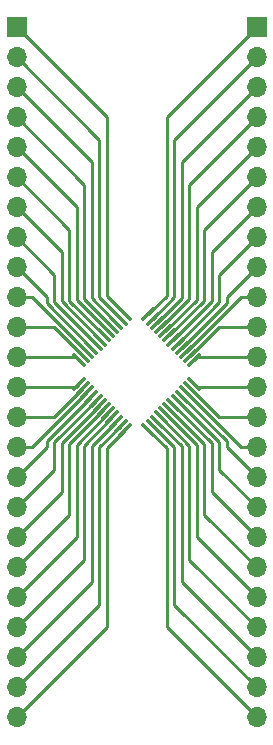
<source format=gtl>
%TF.GenerationSoftware,KiCad,Pcbnew,(6.0.2)*%
%TF.CreationDate,2022-10-19T19:09:34+02:00*%
%TF.ProjectId,adapter_LQFP48,61646170-7465-4725-9f4c-51465034382e,rev?*%
%TF.SameCoordinates,Original*%
%TF.FileFunction,Copper,L1,Top*%
%TF.FilePolarity,Positive*%
%FSLAX46Y46*%
G04 Gerber Fmt 4.6, Leading zero omitted, Abs format (unit mm)*
G04 Created by KiCad (PCBNEW (6.0.2)) date 2022-10-19 19:09:34*
%MOMM*%
%LPD*%
G01*
G04 APERTURE LIST*
G04 Aperture macros list*
%AMRoundRect*
0 Rectangle with rounded corners*
0 $1 Rounding radius*
0 $2 $3 $4 $5 $6 $7 $8 $9 X,Y pos of 4 corners*
0 Add a 4 corners polygon primitive as box body*
4,1,4,$2,$3,$4,$5,$6,$7,$8,$9,$2,$3,0*
0 Add four circle primitives for the rounded corners*
1,1,$1+$1,$2,$3*
1,1,$1+$1,$4,$5*
1,1,$1+$1,$6,$7*
1,1,$1+$1,$8,$9*
0 Add four rect primitives between the rounded corners*
20,1,$1+$1,$2,$3,$4,$5,0*
20,1,$1+$1,$4,$5,$6,$7,0*
20,1,$1+$1,$6,$7,$8,$9,0*
20,1,$1+$1,$8,$9,$2,$3,0*%
G04 Aperture macros list end*
%TA.AperFunction,SMDPad,CuDef*%
%ADD10RoundRect,0.075000X-0.521491X0.415425X0.415425X-0.521491X0.521491X-0.415425X-0.415425X0.521491X0*%
%TD*%
%TA.AperFunction,SMDPad,CuDef*%
%ADD11RoundRect,0.075000X-0.521491X-0.415425X-0.415425X-0.521491X0.521491X0.415425X0.415425X0.521491X0*%
%TD*%
%TA.AperFunction,ComponentPad*%
%ADD12R,1.700000X1.700000*%
%TD*%
%TA.AperFunction,ComponentPad*%
%ADD13O,1.700000X1.700000*%
%TD*%
%TA.AperFunction,Conductor*%
%ADD14C,0.250000*%
%TD*%
G04 APERTURE END LIST*
D10*
%TO.P,U1,1,VBAT*%
%TO.N,Net-(J1-Pad1)*%
X123461212Y-100522124D03*
%TO.P,U1,2,PC13*%
%TO.N,Net-(J1-Pad2)*%
X123107658Y-100875678D03*
%TO.P,U1,3,PC14*%
%TO.N,Net-(J1-Pad3)*%
X122754105Y-101229231D03*
%TO.P,U1,4,PC15*%
%TO.N,Net-(J1-Pad4)*%
X122400551Y-101582785D03*
%TO.P,U1,5,PD0*%
%TO.N,Net-(J1-Pad5)*%
X122046998Y-101936338D03*
%TO.P,U1,6,PD1*%
%TO.N,Net-(J1-Pad6)*%
X121693445Y-102289891D03*
%TO.P,U1,7,NRST*%
%TO.N,Net-(J1-Pad7)*%
X121339891Y-102643445D03*
%TO.P,U1,8,VSSA*%
%TO.N,Net-(J1-Pad8)*%
X120986338Y-102996998D03*
%TO.P,U1,9,VDDA*%
%TO.N,Net-(J1-Pad9)*%
X120632785Y-103350551D03*
%TO.P,U1,10,PA0*%
%TO.N,Net-(J1-Pad10)*%
X120279231Y-103704105D03*
%TO.P,U1,11,PA1*%
%TO.N,Net-(J1-Pad11)*%
X119925678Y-104057658D03*
%TO.P,U1,12,PA2*%
%TO.N,Net-(J1-Pad12)*%
X119572124Y-104411212D03*
D11*
%TO.P,U1,13,PA3*%
%TO.N,Net-(J1-Pad13)*%
X119572124Y-106408788D03*
%TO.P,U1,14,PA4*%
%TO.N,Net-(J1-Pad14)*%
X119925678Y-106762342D03*
%TO.P,U1,15,PA5*%
%TO.N,Net-(J1-Pad15)*%
X120279231Y-107115895D03*
%TO.P,U1,16,PA6*%
%TO.N,Net-(J1-Pad16)*%
X120632785Y-107469449D03*
%TO.P,U1,17,PA7*%
%TO.N,Net-(J1-Pad17)*%
X120986338Y-107823002D03*
%TO.P,U1,18,PB0*%
%TO.N,Net-(J1-Pad18)*%
X121339891Y-108176555D03*
%TO.P,U1,19,PB1*%
%TO.N,Net-(J1-Pad19)*%
X121693445Y-108530109D03*
%TO.P,U1,20,PB2*%
%TO.N,Net-(J1-Pad20)*%
X122046998Y-108883662D03*
%TO.P,U1,21,PB10*%
%TO.N,Net-(J1-Pad21)*%
X122400551Y-109237215D03*
%TO.P,U1,22,PB11*%
%TO.N,Net-(J1-Pad22)*%
X122754105Y-109590769D03*
%TO.P,U1,23,VSS*%
%TO.N,Net-(J1-Pad23)*%
X123107658Y-109944322D03*
%TO.P,U1,24,VDD*%
%TO.N,Net-(J1-Pad24)*%
X123461212Y-110297876D03*
D10*
%TO.P,U1,25,PB12*%
%TO.N,Net-(J2-Pad24)*%
X125458788Y-110297876D03*
%TO.P,U1,26,PB13*%
%TO.N,Net-(J2-Pad23)*%
X125812342Y-109944322D03*
%TO.P,U1,27,PB14*%
%TO.N,Net-(J2-Pad22)*%
X126165895Y-109590769D03*
%TO.P,U1,28,PB15*%
%TO.N,Net-(J2-Pad21)*%
X126519449Y-109237215D03*
%TO.P,U1,29,PA8*%
%TO.N,Net-(J2-Pad20)*%
X126873002Y-108883662D03*
%TO.P,U1,30,PA9*%
%TO.N,Net-(J2-Pad19)*%
X127226555Y-108530109D03*
%TO.P,U1,31,PA10*%
%TO.N,Net-(J2-Pad18)*%
X127580109Y-108176555D03*
%TO.P,U1,32,PA11*%
%TO.N,Net-(J2-Pad17)*%
X127933662Y-107823002D03*
%TO.P,U1,33,PA12*%
%TO.N,Net-(J2-Pad16)*%
X128287215Y-107469449D03*
%TO.P,U1,34,PA13*%
%TO.N,Net-(J2-Pad15)*%
X128640769Y-107115895D03*
%TO.P,U1,35,VSS*%
%TO.N,Net-(J2-Pad14)*%
X128994322Y-106762342D03*
%TO.P,U1,36,VDD*%
%TO.N,Net-(J2-Pad13)*%
X129347876Y-106408788D03*
D11*
%TO.P,U1,37,PA14*%
%TO.N,Net-(J2-Pad12)*%
X129347876Y-104411212D03*
%TO.P,U1,38,PA15*%
%TO.N,Net-(J2-Pad11)*%
X128994322Y-104057658D03*
%TO.P,U1,39,PB3*%
%TO.N,Net-(J2-Pad10)*%
X128640769Y-103704105D03*
%TO.P,U1,40,PB4*%
%TO.N,Net-(J2-Pad9)*%
X128287215Y-103350551D03*
%TO.P,U1,41,PB5*%
%TO.N,Net-(J2-Pad8)*%
X127933662Y-102996998D03*
%TO.P,U1,42,PB6*%
%TO.N,Net-(J2-Pad7)*%
X127580109Y-102643445D03*
%TO.P,U1,43,PB7*%
%TO.N,Net-(J2-Pad6)*%
X127226555Y-102289891D03*
%TO.P,U1,44,BOOT0*%
%TO.N,Net-(J2-Pad5)*%
X126873002Y-101936338D03*
%TO.P,U1,45,PB8*%
%TO.N,Net-(J2-Pad4)*%
X126519449Y-101582785D03*
%TO.P,U1,46,PB9*%
%TO.N,Net-(J2-Pad3)*%
X126165895Y-101229231D03*
%TO.P,U1,47,VSS*%
%TO.N,Net-(J2-Pad2)*%
X125812342Y-100875678D03*
%TO.P,U1,48,VDD*%
%TO.N,Net-(J2-Pad1)*%
X125458788Y-100522124D03*
%TD*%
D12*
%TO.P,J1,1,Pin_1*%
%TO.N,Net-(J1-Pad1)*%
X114300000Y-76200000D03*
D13*
%TO.P,J1,2,Pin_2*%
%TO.N,Net-(J1-Pad2)*%
X114300000Y-78740000D03*
%TO.P,J1,3,Pin_3*%
%TO.N,Net-(J1-Pad3)*%
X114300000Y-81280000D03*
%TO.P,J1,4,Pin_4*%
%TO.N,Net-(J1-Pad4)*%
X114300000Y-83820000D03*
%TO.P,J1,5,Pin_5*%
%TO.N,Net-(J1-Pad5)*%
X114300000Y-86360000D03*
%TO.P,J1,6,Pin_6*%
%TO.N,Net-(J1-Pad6)*%
X114300000Y-88900000D03*
%TO.P,J1,7,Pin_7*%
%TO.N,Net-(J1-Pad7)*%
X114300000Y-91440000D03*
%TO.P,J1,8,Pin_8*%
%TO.N,Net-(J1-Pad8)*%
X114300000Y-93980000D03*
%TO.P,J1,9,Pin_9*%
%TO.N,Net-(J1-Pad9)*%
X114300000Y-96520000D03*
%TO.P,J1,10,Pin_10*%
%TO.N,Net-(J1-Pad10)*%
X114300000Y-99060000D03*
%TO.P,J1,11,Pin_11*%
%TO.N,Net-(J1-Pad11)*%
X114300000Y-101600000D03*
%TO.P,J1,12,Pin_12*%
%TO.N,Net-(J1-Pad12)*%
X114300000Y-104140000D03*
%TO.P,J1,13,Pin_13*%
%TO.N,Net-(J1-Pad13)*%
X114300000Y-106680000D03*
%TO.P,J1,14,Pin_14*%
%TO.N,Net-(J1-Pad14)*%
X114300000Y-109220000D03*
%TO.P,J1,15,Pin_15*%
%TO.N,Net-(J1-Pad15)*%
X114300000Y-111760000D03*
%TO.P,J1,16,Pin_16*%
%TO.N,Net-(J1-Pad16)*%
X114300000Y-114300000D03*
%TO.P,J1,17,Pin_17*%
%TO.N,Net-(J1-Pad17)*%
X114300000Y-116840000D03*
%TO.P,J1,18,Pin_18*%
%TO.N,Net-(J1-Pad18)*%
X114300000Y-119380000D03*
%TO.P,J1,19,Pin_19*%
%TO.N,Net-(J1-Pad19)*%
X114300000Y-121920000D03*
%TO.P,J1,20,Pin_20*%
%TO.N,Net-(J1-Pad20)*%
X114300000Y-124460000D03*
%TO.P,J1,21,Pin_21*%
%TO.N,Net-(J1-Pad21)*%
X114300000Y-127000000D03*
%TO.P,J1,22,Pin_22*%
%TO.N,Net-(J1-Pad22)*%
X114300000Y-129540000D03*
%TO.P,J1,23,Pin_23*%
%TO.N,Net-(J1-Pad23)*%
X114300000Y-132080000D03*
%TO.P,J1,24,Pin_24*%
%TO.N,Net-(J1-Pad24)*%
X114300000Y-134620000D03*
%TD*%
D12*
%TO.P,J2,1,Pin_1*%
%TO.N,Net-(J2-Pad1)*%
X134620000Y-76200000D03*
D13*
%TO.P,J2,2,Pin_2*%
%TO.N,Net-(J2-Pad2)*%
X134620000Y-78740000D03*
%TO.P,J2,3,Pin_3*%
%TO.N,Net-(J2-Pad3)*%
X134620000Y-81280000D03*
%TO.P,J2,4,Pin_4*%
%TO.N,Net-(J2-Pad4)*%
X134620000Y-83820000D03*
%TO.P,J2,5,Pin_5*%
%TO.N,Net-(J2-Pad5)*%
X134620000Y-86360000D03*
%TO.P,J2,6,Pin_6*%
%TO.N,Net-(J2-Pad6)*%
X134620000Y-88900000D03*
%TO.P,J2,7,Pin_7*%
%TO.N,Net-(J2-Pad7)*%
X134620000Y-91440000D03*
%TO.P,J2,8,Pin_8*%
%TO.N,Net-(J2-Pad8)*%
X134620000Y-93980000D03*
%TO.P,J2,9,Pin_9*%
%TO.N,Net-(J2-Pad9)*%
X134620000Y-96520000D03*
%TO.P,J2,10,Pin_10*%
%TO.N,Net-(J2-Pad10)*%
X134620000Y-99060000D03*
%TO.P,J2,11,Pin_11*%
%TO.N,Net-(J2-Pad11)*%
X134620000Y-101600000D03*
%TO.P,J2,12,Pin_12*%
%TO.N,Net-(J2-Pad12)*%
X134620000Y-104140000D03*
%TO.P,J2,13,Pin_13*%
%TO.N,Net-(J2-Pad13)*%
X134620000Y-106680000D03*
%TO.P,J2,14,Pin_14*%
%TO.N,Net-(J2-Pad14)*%
X134620000Y-109220000D03*
%TO.P,J2,15,Pin_15*%
%TO.N,Net-(J2-Pad15)*%
X134620000Y-111760000D03*
%TO.P,J2,16,Pin_16*%
%TO.N,Net-(J2-Pad16)*%
X134620000Y-114300000D03*
%TO.P,J2,17,Pin_17*%
%TO.N,Net-(J2-Pad17)*%
X134620000Y-116840000D03*
%TO.P,J2,18,Pin_18*%
%TO.N,Net-(J2-Pad18)*%
X134620000Y-119380000D03*
%TO.P,J2,19,Pin_19*%
%TO.N,Net-(J2-Pad19)*%
X134620000Y-121920000D03*
%TO.P,J2,20,Pin_20*%
%TO.N,Net-(J2-Pad20)*%
X134620000Y-124460000D03*
%TO.P,J2,21,Pin_21*%
%TO.N,Net-(J2-Pad21)*%
X134620000Y-127000000D03*
%TO.P,J2,22,Pin_22*%
%TO.N,Net-(J2-Pad22)*%
X134620000Y-129540000D03*
%TO.P,J2,23,Pin_23*%
%TO.N,Net-(J2-Pad23)*%
X134620000Y-132080000D03*
%TO.P,J2,24,Pin_24*%
%TO.N,Net-(J2-Pad24)*%
X134620000Y-134620000D03*
%TD*%
D14*
%TO.N,Net-(J1-Pad1)*%
X121920000Y-98980912D02*
X121920000Y-83820000D01*
X123461212Y-100522124D02*
X121920000Y-98980912D01*
X121920000Y-83820000D02*
X114300000Y-76200000D01*
%TO.N,Net-(J1-Pad2)*%
X123107658Y-100875678D02*
X121285000Y-99053020D01*
X121285000Y-99053020D02*
X121285000Y-85725000D01*
X121285000Y-85725000D02*
X114300000Y-78740000D01*
%TO.N,Net-(J1-Pad3)*%
X122754105Y-101229231D02*
X120650000Y-99125126D01*
X120650000Y-99125126D02*
X120650000Y-87630000D01*
X120650000Y-87630000D02*
X114300000Y-81280000D01*
%TO.N,Net-(J1-Pad4)*%
X120015000Y-89535000D02*
X114300000Y-83820000D01*
X122400551Y-101582785D02*
X120015000Y-99197234D01*
X120015000Y-99197234D02*
X120015000Y-89535000D01*
%TO.N,Net-(J1-Pad5)*%
X119380000Y-99269340D02*
X119380000Y-91440000D01*
X119380000Y-91440000D02*
X114300000Y-86360000D01*
X122046998Y-101936338D02*
X119380000Y-99269340D01*
%TO.N,Net-(J1-Pad6)*%
X118745000Y-99341446D02*
X118745000Y-93345000D01*
X121693445Y-102289891D02*
X118745000Y-99341446D01*
X118745000Y-93345000D02*
X114300000Y-88900000D01*
%TO.N,Net-(J1-Pad7)*%
X118110000Y-99413554D02*
X118110000Y-95250000D01*
X118110000Y-95250000D02*
X114300000Y-91440000D01*
X121339891Y-102643445D02*
X118110000Y-99413554D01*
%TO.N,Net-(J1-Pad8)*%
X117475000Y-99485660D02*
X117475000Y-97155000D01*
X120986338Y-102996998D02*
X117475000Y-99485660D01*
X117475000Y-97155000D02*
X114300000Y-93980000D01*
%TO.N,Net-(J1-Pad9)*%
X120632785Y-103350551D02*
X116840000Y-99557766D01*
X116840000Y-99060000D02*
X114300000Y-96520000D01*
X116840000Y-99557766D02*
X116840000Y-99060000D01*
%TO.N,Net-(J1-Pad10)*%
X120279231Y-103704105D02*
X115635126Y-99060000D01*
X115635126Y-99060000D02*
X114300000Y-99060000D01*
%TO.N,Net-(J1-Pad11)*%
X119925678Y-104057658D02*
X117468020Y-101600000D01*
X117468020Y-101600000D02*
X114300000Y-101600000D01*
%TO.N,Net-(J1-Pad12)*%
X119572124Y-104411212D02*
X119300912Y-104140000D01*
X119300912Y-104140000D02*
X114300000Y-104140000D01*
%TO.N,Net-(J1-Pad13)*%
X119572124Y-106408788D02*
X119300912Y-106680000D01*
X119300912Y-106680000D02*
X114300000Y-106680000D01*
%TO.N,Net-(J1-Pad14)*%
X119358222Y-107336778D02*
X117475000Y-109220000D01*
X117475000Y-109220000D02*
X114300000Y-109220000D01*
X119358222Y-107329798D02*
X119358222Y-107336778D01*
X119925678Y-106762342D02*
X119358222Y-107329798D01*
%TO.N,Net-(J1-Pad15)*%
X120279231Y-107115895D02*
X115635126Y-111760000D01*
X115635126Y-111760000D02*
X114300000Y-111760000D01*
%TO.N,Net-(J1-Pad16)*%
X120632785Y-107469449D02*
X116840000Y-111262234D01*
X116840000Y-111262234D02*
X116840000Y-111760000D01*
X116840000Y-111760000D02*
X114300000Y-114300000D01*
%TO.N,Net-(J1-Pad17)*%
X117475000Y-111334340D02*
X117475000Y-113665000D01*
X117475000Y-113665000D02*
X114300000Y-116840000D01*
X120986338Y-107823002D02*
X117475000Y-111334340D01*
%TO.N,Net-(J1-Pad18)*%
X121339891Y-108176555D02*
X118110000Y-111406446D01*
X118110000Y-115570000D02*
X114300000Y-119380000D01*
X118110000Y-111406446D02*
X118110000Y-115570000D01*
%TO.N,Net-(J1-Pad19)*%
X121693445Y-108530109D02*
X118745000Y-111478554D01*
X118745000Y-111478554D02*
X118745000Y-117475000D01*
X118745000Y-117475000D02*
X114300000Y-121920000D01*
%TO.N,Net-(J1-Pad20)*%
X119380000Y-111550660D02*
X119380000Y-119380000D01*
X122046998Y-108883662D02*
X119380000Y-111550660D01*
X119380000Y-119380000D02*
X114300000Y-124460000D01*
%TO.N,Net-(J1-Pad21)*%
X120015000Y-121285000D02*
X114300000Y-127000000D01*
X120015000Y-111622766D02*
X120015000Y-121285000D01*
X122400551Y-109237215D02*
X120015000Y-111622766D01*
%TO.N,Net-(J1-Pad22)*%
X122754105Y-109590769D02*
X120650000Y-111694874D01*
X120650000Y-123190000D02*
X114300000Y-129540000D01*
X120650000Y-111694874D02*
X120650000Y-123190000D01*
%TO.N,Net-(J1-Pad23)*%
X123107658Y-109944322D02*
X121285000Y-111766980D01*
X121285000Y-111766980D02*
X121285000Y-125095000D01*
X121285000Y-125095000D02*
X114300000Y-132080000D01*
%TO.N,Net-(J1-Pad24)*%
X123461212Y-110297876D02*
X121920000Y-111839088D01*
X121920000Y-111839088D02*
X121920000Y-127000000D01*
X121920000Y-127000000D02*
X114300000Y-134620000D01*
%TO.N,Net-(J2-Pad1)*%
X127000000Y-83820000D02*
X134620000Y-76200000D01*
X125458788Y-100522124D02*
X127000000Y-98980912D01*
X127000000Y-98980912D02*
X127000000Y-83820000D01*
%TO.N,Net-(J2-Pad2)*%
X127635000Y-85725000D02*
X134620000Y-78740000D01*
X127635000Y-99053020D02*
X127635000Y-85725000D01*
X125812342Y-100875678D02*
X127635000Y-99053020D01*
%TO.N,Net-(J2-Pad3)*%
X126165895Y-101229231D02*
X128270000Y-99125126D01*
X128270000Y-99125126D02*
X128270000Y-87630000D01*
X128270000Y-87630000D02*
X134620000Y-81280000D01*
%TO.N,Net-(J2-Pad4)*%
X126519449Y-101582785D02*
X128905000Y-99197234D01*
X128905000Y-89535000D02*
X134620000Y-83820000D01*
X128905000Y-99197234D02*
X128905000Y-89535000D01*
%TO.N,Net-(J2-Pad5)*%
X129540000Y-91440000D02*
X134620000Y-86360000D01*
X129540000Y-99269340D02*
X129540000Y-91440000D01*
X126873002Y-101936338D02*
X129540000Y-99269340D01*
%TO.N,Net-(J2-Pad6)*%
X127226555Y-102289891D02*
X130175000Y-99341446D01*
X130175000Y-99341446D02*
X130175000Y-93345000D01*
X130175000Y-93345000D02*
X134620000Y-88900000D01*
%TO.N,Net-(J2-Pad7)*%
X127580109Y-102643445D02*
X130810000Y-99413554D01*
X130810000Y-95250000D02*
X134620000Y-91440000D01*
X130810000Y-99413554D02*
X130810000Y-95250000D01*
%TO.N,Net-(J2-Pad8)*%
X131445000Y-97155000D02*
X134620000Y-93980000D01*
X127933662Y-102996998D02*
X131445000Y-99485660D01*
X131445000Y-99485660D02*
X131445000Y-97155000D01*
%TO.N,Net-(J2-Pad9)*%
X128287215Y-103350551D02*
X132080000Y-99557766D01*
X132080000Y-99060000D02*
X134620000Y-96520000D01*
X132080000Y-99557766D02*
X132080000Y-99060000D01*
%TO.N,Net-(J2-Pad10)*%
X133284874Y-99060000D02*
X134620000Y-99060000D01*
X128640769Y-103704105D02*
X133284874Y-99060000D01*
%TO.N,Net-(J2-Pad11)*%
X131451980Y-101600000D02*
X134620000Y-101600000D01*
X128994322Y-104057658D02*
X131451980Y-101600000D01*
%TO.N,Net-(J2-Pad12)*%
X129619088Y-104140000D02*
X134620000Y-104140000D01*
X129347876Y-104411212D02*
X129619088Y-104140000D01*
%TO.N,Net-(J2-Pad13)*%
X129619088Y-106680000D02*
X134620000Y-106680000D01*
X129347876Y-106408788D02*
X129619088Y-106680000D01*
%TO.N,Net-(J2-Pad14)*%
X128994322Y-106762342D02*
X131451980Y-109220000D01*
X131451980Y-109220000D02*
X134620000Y-109220000D01*
%TO.N,Net-(J2-Pad15)*%
X128640769Y-107115895D02*
X133284874Y-111760000D01*
X133284874Y-111760000D02*
X134620000Y-111760000D01*
%TO.N,Net-(J2-Pad16)*%
X128287215Y-107469449D02*
X132080000Y-111262234D01*
X132080000Y-111262234D02*
X132080000Y-111760000D01*
X132080000Y-111760000D02*
X134620000Y-114300000D01*
%TO.N,Net-(J2-Pad17)*%
X131445000Y-111334340D02*
X131445000Y-113665000D01*
X131445000Y-113665000D02*
X134620000Y-116840000D01*
X127933662Y-107823002D02*
X131445000Y-111334340D01*
%TO.N,Net-(J2-Pad18)*%
X127580109Y-108176555D02*
X130810000Y-111406446D01*
X130810000Y-115570000D02*
X134620000Y-119380000D01*
X130810000Y-111406446D02*
X130810000Y-115570000D01*
%TO.N,Net-(J2-Pad19)*%
X130175000Y-117475000D02*
X134620000Y-121920000D01*
X130175000Y-111478554D02*
X130175000Y-117475000D01*
X127226555Y-108530109D02*
X130175000Y-111478554D01*
%TO.N,Net-(J2-Pad20)*%
X126873002Y-108883662D02*
X129540000Y-111550660D01*
X129540000Y-119380000D02*
X134620000Y-124460000D01*
X129540000Y-111550660D02*
X129540000Y-119380000D01*
%TO.N,Net-(J2-Pad21)*%
X126519449Y-109237215D02*
X128905000Y-111622766D01*
X128905000Y-111622766D02*
X128905000Y-121285000D01*
X128905000Y-121285000D02*
X134620000Y-127000000D01*
%TO.N,Net-(J2-Pad22)*%
X128270000Y-123190000D02*
X134620000Y-129540000D01*
X128270000Y-111694874D02*
X128270000Y-123190000D01*
X126165895Y-109590769D02*
X128270000Y-111694874D01*
%TO.N,Net-(J2-Pad23)*%
X127635000Y-111766980D02*
X127635000Y-125095000D01*
X125812342Y-109944322D02*
X127635000Y-111766980D01*
X127635000Y-125095000D02*
X134620000Y-132080000D01*
%TO.N,Net-(J2-Pad24)*%
X127000000Y-111839088D02*
X127000000Y-127000000D01*
X125458788Y-110297876D02*
X127000000Y-111839088D01*
X127000000Y-127000000D02*
X134620000Y-134620000D01*
%TD*%
M02*

</source>
